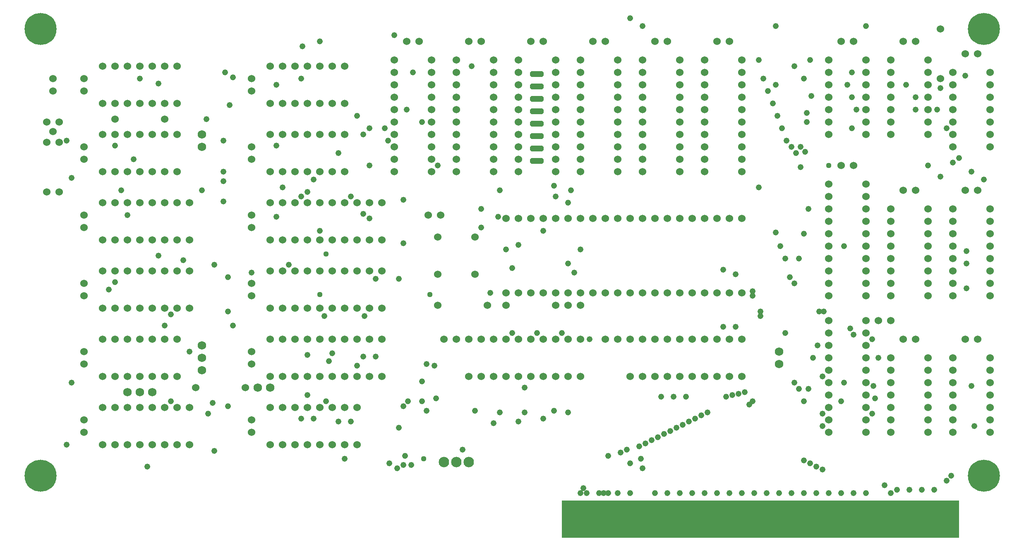
<source format=gbs>
G75*
G70*
%OFA0B0*%
%FSLAX24Y24*%
%IPPOS*%
%LPD*%
%AMOC8*
5,1,8,0,0,1.08239X$1,22.5*
%
%ADD10C,0.0320*%
%ADD11C,0.0600*%
%ADD12R,3.2000X0.3000*%
%ADD13C,0.0680*%
%ADD14C,0.2580*%
%ADD15C,0.0476*%
%ADD16C,0.0840*%
%ADD17C,0.0437*%
D10*
X041805Y030413D02*
X041805Y030538D01*
X042555Y030538D01*
X042555Y030413D01*
X041805Y030413D01*
X041805Y030491D02*
X042555Y030491D01*
X042555Y031413D02*
X041805Y031413D01*
X041805Y031538D01*
X042555Y031538D01*
X042555Y031413D01*
X042555Y031447D02*
X041805Y031447D01*
X041805Y032413D02*
X041805Y032538D01*
X042555Y032538D01*
X042555Y032413D01*
X041805Y032413D01*
X041805Y033413D02*
X041805Y033538D01*
X042555Y033538D01*
X042555Y033413D01*
X041805Y033413D01*
X041805Y034413D02*
X041805Y034538D01*
X042555Y034538D01*
X042555Y034413D01*
X041805Y034413D01*
X041805Y035413D02*
X041805Y035538D01*
X042555Y035538D01*
X042555Y035413D01*
X041805Y035413D01*
X041805Y036413D02*
X041805Y036538D01*
X042555Y036538D01*
X042555Y036413D01*
X041805Y036413D01*
X041805Y037413D02*
X041805Y037538D01*
X042555Y037538D01*
X042555Y037413D01*
X041805Y037413D01*
X041805Y037498D02*
X042555Y037498D01*
D11*
X043680Y037600D03*
X043680Y036600D03*
X043680Y035600D03*
X045680Y035600D03*
X045680Y036600D03*
X045680Y037600D03*
X045680Y038600D03*
X043680Y038600D03*
X042680Y040100D03*
X041680Y040100D03*
X040680Y038600D03*
X038680Y038600D03*
X038680Y037600D03*
X038680Y036600D03*
X038680Y035600D03*
X040680Y035600D03*
X040680Y036600D03*
X040680Y037600D03*
X037680Y040100D03*
X036680Y040100D03*
X035680Y038600D03*
X035680Y037600D03*
X035680Y036600D03*
X035680Y035600D03*
X035680Y034600D03*
X035680Y033600D03*
X035680Y032600D03*
X035680Y031600D03*
X035680Y030600D03*
X035680Y029600D03*
X033680Y029600D03*
X033680Y030600D03*
X033680Y031600D03*
X033680Y032600D03*
X033680Y033600D03*
X033680Y034600D03*
X033680Y035600D03*
X033680Y036600D03*
X033680Y037600D03*
X033680Y038600D03*
X032680Y040100D03*
X031680Y040100D03*
X030680Y038600D03*
X030680Y037600D03*
X030680Y036600D03*
X030680Y035600D03*
X030680Y034600D03*
X030680Y033600D03*
X030680Y032600D03*
X030680Y031600D03*
X030680Y030600D03*
X030680Y029600D03*
X026680Y029600D03*
X025680Y029600D03*
X024680Y029600D03*
X023680Y029600D03*
X022680Y029600D03*
X021680Y029600D03*
X020680Y029600D03*
X019180Y030600D03*
X019180Y031600D03*
X020680Y032600D03*
X021680Y032600D03*
X022680Y032600D03*
X023680Y032600D03*
X024680Y032600D03*
X025680Y032600D03*
X026680Y032600D03*
X026680Y035100D03*
X025680Y035100D03*
X024680Y035100D03*
X023680Y035100D03*
X022680Y035100D03*
X021680Y035100D03*
X020680Y035100D03*
X019180Y036100D03*
X019180Y037100D03*
X020680Y038100D03*
X021680Y038100D03*
X022680Y038100D03*
X023680Y038100D03*
X024680Y038100D03*
X025680Y038100D03*
X026680Y038100D03*
X038680Y034600D03*
X038680Y033600D03*
X038680Y032600D03*
X038680Y031600D03*
X040680Y031600D03*
X040680Y032600D03*
X040680Y033600D03*
X040680Y034600D03*
X043680Y034600D03*
X043680Y033600D03*
X043680Y032600D03*
X043680Y031600D03*
X045680Y031600D03*
X045680Y032600D03*
X045680Y033600D03*
X045680Y034600D03*
X048680Y034600D03*
X048680Y033600D03*
X048680Y032600D03*
X048680Y031600D03*
X048680Y030600D03*
X048680Y029600D03*
X050680Y029600D03*
X050680Y030600D03*
X050680Y031600D03*
X050680Y032600D03*
X050680Y033600D03*
X050680Y034600D03*
X050680Y035600D03*
X050680Y036600D03*
X050680Y037600D03*
X050680Y038600D03*
X051680Y040100D03*
X052680Y040100D03*
X053680Y038600D03*
X053680Y037600D03*
X053680Y036600D03*
X053680Y035600D03*
X053680Y034600D03*
X053680Y033600D03*
X053680Y032600D03*
X053680Y031600D03*
X053680Y030600D03*
X053680Y029600D03*
X055680Y029600D03*
X055680Y030600D03*
X055680Y031600D03*
X055680Y032600D03*
X055680Y033600D03*
X055680Y034600D03*
X055680Y035600D03*
X055680Y036600D03*
X055680Y037600D03*
X055680Y038600D03*
X056680Y040100D03*
X057680Y040100D03*
X058680Y038600D03*
X058680Y037600D03*
X058680Y036600D03*
X058680Y035600D03*
X058680Y034600D03*
X058680Y033600D03*
X058680Y032600D03*
X058680Y031600D03*
X058680Y030600D03*
X058680Y029600D03*
X065680Y028600D03*
X065680Y027600D03*
X065680Y026600D03*
X065680Y025600D03*
X065680Y024600D03*
X065680Y023600D03*
X065680Y022600D03*
X065680Y021600D03*
X065680Y020600D03*
X065680Y019600D03*
X068680Y019600D03*
X068680Y020600D03*
X068680Y021600D03*
X070680Y021600D03*
X070680Y020600D03*
X070680Y019600D03*
X073680Y019600D03*
X073680Y020600D03*
X073680Y021600D03*
X073680Y022600D03*
X073680Y023600D03*
X073680Y024600D03*
X073680Y025600D03*
X073680Y026600D03*
X072680Y028100D03*
X071680Y028100D03*
X070680Y026600D03*
X070680Y025600D03*
X068680Y025600D03*
X068680Y026600D03*
X068680Y027600D03*
X068680Y028600D03*
X067680Y030100D03*
X066680Y030100D03*
X065680Y032600D03*
X065680Y033600D03*
X065680Y034600D03*
X065680Y035600D03*
X065680Y036600D03*
X065680Y037600D03*
X065680Y038600D03*
X066680Y040100D03*
X067680Y040100D03*
X068680Y038600D03*
X070680Y038600D03*
X070680Y037600D03*
X070680Y036600D03*
X070680Y035600D03*
X068680Y035600D03*
X068680Y036600D03*
X068680Y037600D03*
X071680Y040100D03*
X072680Y040100D03*
X074680Y041100D03*
X076680Y039100D03*
X077680Y039100D03*
X078680Y037600D03*
X078680Y036600D03*
X078680Y035600D03*
X078680Y034600D03*
X078680Y033600D03*
X078680Y032600D03*
X078680Y031600D03*
X075680Y031600D03*
X075680Y032600D03*
X075680Y033600D03*
X075680Y034600D03*
X075680Y035600D03*
X075680Y036600D03*
X075680Y037600D03*
X074680Y037100D03*
X073680Y036600D03*
X073680Y035600D03*
X073680Y034600D03*
X073680Y033600D03*
X073680Y032600D03*
X070680Y032600D03*
X070680Y033600D03*
X070680Y034600D03*
X068680Y034600D03*
X068680Y033600D03*
X068680Y032600D03*
X073680Y037600D03*
X073680Y038600D03*
X076680Y028100D03*
X077680Y028100D03*
X078680Y026600D03*
X078680Y025600D03*
X078680Y024600D03*
X078680Y023600D03*
X078680Y022600D03*
X078680Y021600D03*
X078680Y020600D03*
X078680Y019600D03*
X075680Y019600D03*
X075680Y020600D03*
X075680Y021600D03*
X075680Y022600D03*
X075680Y023600D03*
X075680Y024600D03*
X075680Y025600D03*
X075680Y026600D03*
X070680Y024600D03*
X070680Y023600D03*
X070680Y022600D03*
X068680Y022600D03*
X068680Y023600D03*
X068680Y024600D03*
X058680Y025850D03*
X057680Y025850D03*
X056680Y025850D03*
X055680Y025850D03*
X054680Y025850D03*
X053680Y025850D03*
X052680Y025850D03*
X051680Y025850D03*
X050680Y025850D03*
X049680Y025850D03*
X048680Y025850D03*
X047680Y025850D03*
X046680Y025850D03*
X045680Y025850D03*
X044680Y025850D03*
X043680Y025850D03*
X042680Y025850D03*
X041680Y025850D03*
X040680Y025850D03*
X039680Y025850D03*
X037180Y024350D03*
X034180Y024350D03*
X034430Y026100D03*
X033430Y026100D03*
X029680Y027100D03*
X028680Y027100D03*
X027680Y027100D03*
X026680Y027100D03*
X025680Y027100D03*
X024680Y027100D03*
X023680Y027100D03*
X022680Y027100D03*
X021680Y027100D03*
X020680Y027100D03*
X019180Y026100D03*
X019180Y025100D03*
X020680Y024100D03*
X021680Y024100D03*
X022680Y024100D03*
X023680Y024100D03*
X024680Y024100D03*
X025680Y024100D03*
X026680Y024100D03*
X027680Y024100D03*
X028680Y024100D03*
X029680Y024100D03*
X029680Y021600D03*
X028680Y021600D03*
X027680Y021600D03*
X026680Y021600D03*
X025680Y021600D03*
X024680Y021600D03*
X023680Y021600D03*
X022680Y021600D03*
X021680Y021600D03*
X020680Y021600D03*
X019180Y020600D03*
X019180Y019600D03*
X020680Y018600D03*
X021680Y018600D03*
X022680Y018600D03*
X023680Y018600D03*
X024680Y018600D03*
X025680Y018600D03*
X026680Y018600D03*
X027680Y018600D03*
X028680Y018600D03*
X029680Y018600D03*
X029680Y016100D03*
X028680Y016100D03*
X027680Y016100D03*
X026680Y016100D03*
X025680Y016100D03*
X024680Y016100D03*
X023680Y016100D03*
X022680Y016100D03*
X021680Y016100D03*
X020680Y016100D03*
X019180Y015100D03*
X019180Y014100D03*
X020680Y013100D03*
X021680Y013100D03*
X022680Y013100D03*
X023680Y013100D03*
X024680Y013100D03*
X025680Y013100D03*
X026680Y013100D03*
X027680Y013100D03*
X028680Y013100D03*
X029680Y013100D03*
X027680Y010600D03*
X026680Y010600D03*
X025680Y010600D03*
X024680Y010600D03*
X023680Y010600D03*
X022680Y010600D03*
X021680Y010600D03*
X020680Y010600D03*
X019180Y009600D03*
X019180Y008600D03*
X020680Y007600D03*
X021680Y007600D03*
X022680Y007600D03*
X023680Y007600D03*
X024680Y007600D03*
X025680Y007600D03*
X026680Y007600D03*
X027680Y007600D03*
X018680Y012225D03*
X014680Y012225D03*
X013180Y013100D03*
X012180Y013100D03*
X011180Y013100D03*
X010180Y013100D03*
X009180Y013100D03*
X008180Y013100D03*
X007180Y013100D03*
X005680Y014100D03*
X005680Y015100D03*
X007180Y016100D03*
X008180Y016100D03*
X009180Y016100D03*
X010180Y016100D03*
X011180Y016100D03*
X012180Y016100D03*
X013180Y016100D03*
X013180Y018600D03*
X012180Y018600D03*
X011180Y018600D03*
X010180Y018600D03*
X009180Y018600D03*
X008180Y018600D03*
X007180Y018600D03*
X005680Y019600D03*
X005680Y020600D03*
X007180Y021600D03*
X008180Y021600D03*
X009180Y021600D03*
X010180Y021600D03*
X011180Y021600D03*
X012180Y021600D03*
X013180Y021600D03*
X014180Y021600D03*
X014180Y024100D03*
X013180Y024100D03*
X012180Y024100D03*
X011180Y024100D03*
X010180Y024100D03*
X009180Y024100D03*
X008180Y024100D03*
X007180Y024100D03*
X005680Y025100D03*
X005680Y026100D03*
X007180Y027100D03*
X008180Y027100D03*
X009180Y027100D03*
X010180Y027100D03*
X011180Y027100D03*
X012180Y027100D03*
X013180Y027100D03*
X014180Y027100D03*
X013180Y029600D03*
X012180Y029600D03*
X011180Y029600D03*
X010180Y029600D03*
X009180Y029600D03*
X008180Y029600D03*
X007180Y029600D03*
X005680Y030600D03*
X005680Y031600D03*
X007180Y032600D03*
X008180Y032600D03*
X009180Y032600D03*
X010180Y032600D03*
X011180Y032600D03*
X012180Y032600D03*
X013180Y032600D03*
X012180Y033850D03*
X012180Y035100D03*
X013180Y035100D03*
X011180Y035100D03*
X010180Y035100D03*
X009180Y035100D03*
X008180Y035100D03*
X007180Y035100D03*
X005680Y036100D03*
X005680Y037100D03*
X007180Y038100D03*
X008180Y038100D03*
X009180Y038100D03*
X010180Y038100D03*
X011180Y038100D03*
X012180Y038100D03*
X013180Y038100D03*
X008180Y033850D03*
X003680Y033600D03*
X002680Y033600D03*
X003180Y032850D03*
X002680Y031975D03*
X003680Y031975D03*
X003680Y027975D03*
X002680Y027975D03*
X003180Y036100D03*
X003180Y037100D03*
X034180Y021350D03*
X037180Y021350D03*
X039680Y019850D03*
X040680Y019850D03*
X041680Y019850D03*
X042680Y019850D03*
X043680Y019850D03*
X044680Y019850D03*
X045680Y019850D03*
X045680Y018850D03*
X044680Y018850D03*
X043680Y018850D03*
X046680Y019850D03*
X047680Y019850D03*
X048680Y019850D03*
X049680Y019850D03*
X050680Y019850D03*
X051680Y019850D03*
X052680Y019850D03*
X053680Y019850D03*
X054680Y019850D03*
X055680Y019850D03*
X056680Y019850D03*
X057680Y019850D03*
X058680Y019850D03*
X058680Y016100D03*
X057680Y016100D03*
X056680Y016100D03*
X055680Y016100D03*
X054680Y016100D03*
X053680Y016100D03*
X052680Y016100D03*
X051680Y016100D03*
X050680Y016100D03*
X049680Y016100D03*
X048680Y016100D03*
X047680Y016100D03*
X045680Y016100D03*
X044680Y016100D03*
X043680Y016100D03*
X042680Y016100D03*
X041680Y016100D03*
X040680Y016100D03*
X039680Y016100D03*
X038680Y016100D03*
X037680Y016100D03*
X036680Y016100D03*
X035680Y016100D03*
X034680Y016100D03*
X034180Y018850D03*
X038180Y018850D03*
X039680Y018850D03*
X039680Y013100D03*
X038680Y013100D03*
X037680Y013100D03*
X036680Y013100D03*
X040680Y013100D03*
X041680Y013100D03*
X042680Y013100D03*
X043680Y013100D03*
X044680Y013100D03*
X045680Y013100D03*
X049680Y013100D03*
X050680Y013100D03*
X051680Y013100D03*
X052680Y013100D03*
X053680Y013100D03*
X054680Y013100D03*
X055680Y013100D03*
X056680Y013100D03*
X057680Y013100D03*
X058680Y013100D03*
X065680Y012600D03*
X065680Y013600D03*
X065680Y014600D03*
X065680Y015600D03*
X065680Y016600D03*
X065680Y017600D03*
X068680Y017600D03*
X069680Y017600D03*
X070680Y017600D03*
X068680Y016600D03*
X068680Y015600D03*
X068680Y014600D03*
X068680Y013600D03*
X068680Y012600D03*
X070680Y012600D03*
X070680Y013600D03*
X070680Y014600D03*
X071680Y016100D03*
X072680Y016100D03*
X073680Y014600D03*
X073680Y013600D03*
X073680Y012600D03*
X073680Y011600D03*
X073680Y010600D03*
X073680Y009600D03*
X073680Y008600D03*
X075680Y008600D03*
X075680Y009600D03*
X075680Y010600D03*
X075680Y011600D03*
X075680Y012600D03*
X075680Y013600D03*
X075680Y014600D03*
X078680Y014600D03*
X078680Y013600D03*
X078680Y012600D03*
X078680Y011600D03*
X078680Y010600D03*
X078680Y009600D03*
X078680Y008600D03*
X070680Y008600D03*
X068680Y008600D03*
X068680Y009600D03*
X068680Y010600D03*
X068680Y011600D03*
X070680Y011600D03*
X070680Y010600D03*
X070680Y009600D03*
X065680Y009600D03*
X065680Y010600D03*
X065680Y011600D03*
X065680Y008600D03*
X076680Y016100D03*
X077680Y016100D03*
X045680Y029600D03*
X045680Y030600D03*
X043680Y030600D03*
X043680Y029600D03*
X040680Y029600D03*
X040680Y030600D03*
X038680Y030600D03*
X038680Y029600D03*
X048680Y035600D03*
X048680Y036600D03*
X048680Y037600D03*
X048680Y038600D03*
X047680Y040100D03*
X046680Y040100D03*
X014180Y018600D03*
X014180Y010600D03*
X013180Y010600D03*
X012180Y010600D03*
X011180Y010600D03*
X010180Y010600D03*
X009180Y010600D03*
X008180Y010600D03*
X007180Y010600D03*
X005680Y009600D03*
X005680Y008600D03*
X007180Y007600D03*
X008180Y007600D03*
X009180Y007600D03*
X010180Y007600D03*
X011180Y007600D03*
X012180Y007600D03*
X013180Y007600D03*
X014180Y007600D03*
D12*
X060180Y001600D03*
D13*
X061680Y014100D03*
X061680Y015100D03*
X020680Y012225D03*
X019680Y012225D03*
X015180Y013600D03*
X015180Y014600D03*
X015180Y015600D03*
X011180Y011850D03*
X010180Y011850D03*
X009180Y011850D03*
X015180Y031600D03*
X015180Y032600D03*
D14*
X002180Y005100D03*
X002180Y041100D03*
X078180Y041100D03*
X078180Y005100D03*
D15*
X075555Y005100D03*
X075180Y004725D03*
X074180Y003975D03*
X073180Y003975D03*
X072180Y003975D03*
X071180Y003975D03*
X070680Y003725D03*
X070180Y004350D03*
X068680Y003725D03*
X067680Y003725D03*
X066680Y003725D03*
X065680Y003725D03*
X064680Y003725D03*
X063680Y003725D03*
X062680Y003725D03*
X061680Y003725D03*
X060680Y003725D03*
X059680Y003725D03*
X058680Y003725D03*
X057680Y003725D03*
X056680Y003725D03*
X055680Y003725D03*
X054680Y003725D03*
X053680Y003725D03*
X052680Y003725D03*
X051680Y003725D03*
X049680Y003725D03*
X048680Y003725D03*
X047930Y003725D03*
X047555Y003725D03*
X047180Y003725D03*
X046180Y003725D03*
X045930Y004100D03*
X045680Y003725D03*
X049680Y006100D03*
X050555Y006475D03*
X050680Y005725D03*
X049430Y007225D03*
X048930Y006975D03*
X047930Y006725D03*
X050430Y007475D03*
X050930Y007725D03*
X051430Y007975D03*
X051930Y008225D03*
X052430Y008475D03*
X052930Y008725D03*
X053430Y008975D03*
X053930Y009225D03*
X054430Y009475D03*
X054930Y009725D03*
X055430Y009975D03*
X055930Y010225D03*
X057430Y011475D03*
X057930Y011600D03*
X058430Y011725D03*
X058930Y011850D03*
X059555Y011100D03*
X059305Y010850D03*
X062930Y012600D03*
X063305Y012100D03*
X064055Y012100D03*
X063680Y011100D03*
X065180Y010100D03*
X065180Y009100D03*
X066680Y011100D03*
X066930Y012600D03*
X065180Y013100D03*
X064430Y014600D03*
X064805Y015600D03*
X062180Y016600D03*
X060180Y017975D03*
X060180Y018350D03*
X059555Y019600D03*
X059555Y019975D03*
X058180Y021350D03*
X057180Y021725D03*
X061805Y023600D03*
X062180Y022600D03*
X063305Y022600D03*
X062555Y021100D03*
X062930Y020600D03*
X064930Y018350D03*
X065305Y018350D03*
X067430Y016975D03*
X067680Y016475D03*
X069180Y016100D03*
X069680Y014600D03*
X069305Y012350D03*
X069430Y011350D03*
X069180Y010100D03*
X064180Y006100D03*
X063680Y006350D03*
X064680Y005850D03*
X065180Y005600D03*
X054180Y011475D03*
X053180Y011475D03*
X052180Y011475D03*
X044680Y010225D03*
X043555Y010350D03*
X042680Y009725D03*
X041180Y010225D03*
X040680Y009475D03*
X039180Y010225D03*
X038680Y009350D03*
X037180Y010350D03*
X034055Y011350D03*
X032930Y011100D03*
X031805Y011100D03*
X031430Y010725D03*
X033305Y010350D03*
X031055Y008975D03*
X031555Y006725D03*
X031430Y005975D03*
X030930Y005725D03*
X030305Y006100D03*
X032055Y005975D03*
X036180Y007225D03*
X041180Y012225D03*
X046430Y016100D03*
X044180Y016600D03*
X042180Y016600D03*
X040180Y016600D03*
X038430Y019850D03*
X040180Y021850D03*
X039680Y023350D03*
X040680Y023725D03*
X042680Y024850D03*
X045680Y023350D03*
X044680Y022225D03*
X045180Y021475D03*
X037680Y025100D03*
X039055Y025975D03*
X037680Y026600D03*
X039180Y028100D03*
X043555Y028475D03*
X044930Y028100D03*
X043680Y027600D03*
X044680Y027100D03*
X034180Y030100D03*
X030180Y032100D03*
X029930Y033100D03*
X028680Y033100D03*
X028180Y032600D03*
X027680Y034100D03*
X031680Y034600D03*
X032930Y033600D03*
X028680Y030100D03*
X026180Y031100D03*
X024180Y028975D03*
X023680Y027975D03*
X023180Y027600D03*
X021680Y028350D03*
X021180Y025975D03*
X024680Y024850D03*
X028180Y026225D03*
X028680Y025850D03*
X027180Y027600D03*
X031430Y027350D03*
X031430Y023850D03*
X031055Y020975D03*
X029180Y020975D03*
X028305Y017975D03*
X025055Y017975D03*
X025680Y014975D03*
X025430Y014350D03*
X023680Y014850D03*
X027680Y013975D03*
X028180Y014725D03*
X029180Y014725D03*
X033305Y014100D03*
X033930Y013975D03*
X032930Y012725D03*
X027180Y009475D03*
X026180Y009475D03*
X024180Y009725D03*
X023180Y009725D03*
X025180Y011100D03*
X023680Y011600D03*
X017305Y010725D03*
X016055Y010975D03*
X015680Y010100D03*
X012680Y011100D03*
X014180Y015100D03*
X012180Y017225D03*
X012680Y018100D03*
X017305Y018350D03*
X017680Y017225D03*
X017305Y021100D03*
X019180Y021475D03*
X016180Y022100D03*
X013680Y022475D03*
X011680Y022850D03*
X008180Y020725D03*
X007680Y020100D03*
X009180Y026100D03*
X008680Y028100D03*
X004680Y029100D03*
X008180Y031725D03*
X009680Y030600D03*
X015180Y028100D03*
X016930Y028850D03*
X016930Y029600D03*
X021180Y031725D03*
X016930Y032100D03*
X015555Y033850D03*
X017430Y034975D03*
X021180Y036600D03*
X023180Y037100D03*
X023305Y039725D03*
X024680Y040100D03*
X030680Y040600D03*
X032180Y037600D03*
X036930Y038100D03*
X049680Y041975D03*
X050680Y041350D03*
X060055Y038600D03*
X060430Y037100D03*
X061430Y036600D03*
X060805Y036100D03*
X061180Y035100D03*
X061555Y034100D03*
X061930Y033100D03*
X062305Y032100D03*
X062680Y031600D03*
X063430Y031600D03*
X063805Y031225D03*
X063055Y031100D03*
X063430Y029975D03*
X060055Y028350D03*
X064055Y026600D03*
X061430Y024725D03*
X063680Y024600D03*
X066930Y023600D03*
X076805Y023225D03*
X076805Y022225D03*
X076805Y020225D03*
X077180Y012350D03*
X077430Y009100D03*
X058180Y017100D03*
X057180Y017100D03*
X078180Y028975D03*
X077180Y029600D03*
X076180Y030725D03*
X075680Y030350D03*
X074680Y029225D03*
X073680Y030100D03*
X075180Y033100D03*
X074430Y034600D03*
X072680Y034600D03*
X072680Y035600D03*
X071930Y036600D03*
X074680Y036350D03*
X076680Y037350D03*
X068680Y041350D03*
X064180Y038600D03*
X062930Y038100D03*
X063680Y037100D03*
X064305Y035725D03*
X063930Y034350D03*
X063930Y033600D03*
X067555Y033100D03*
X067930Y034600D03*
X067555Y035600D03*
X067180Y036600D03*
X067555Y037600D03*
X061430Y041350D03*
X022180Y022100D03*
X016930Y027225D03*
X004305Y032100D03*
X011680Y036725D03*
X010180Y037100D03*
X017055Y037600D03*
X017680Y037225D03*
X004680Y012600D03*
X004305Y007600D03*
X010805Y005850D03*
X016180Y007100D03*
X026680Y006475D03*
D16*
X034680Y006225D03*
X035680Y006225D03*
X036680Y006225D03*
D17*
X033055Y006475D03*
X033555Y019725D03*
X025180Y022975D03*
X024680Y019725D03*
X065680Y030100D03*
M02*

</source>
